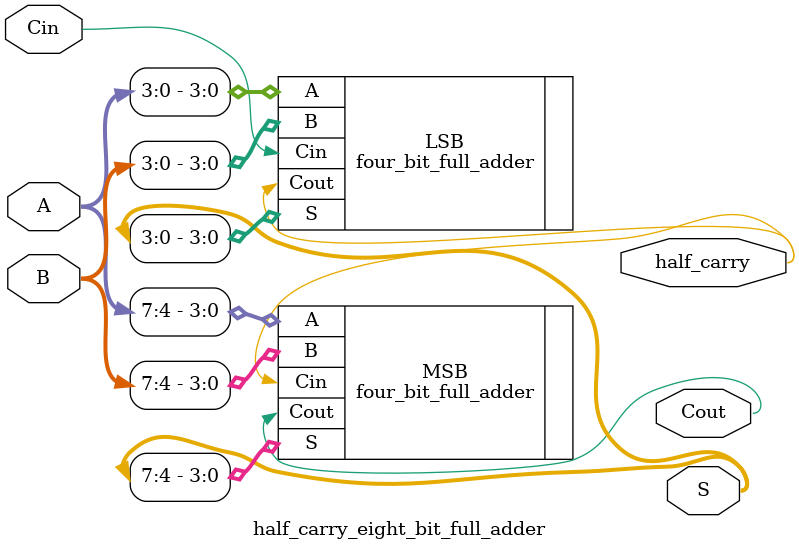
<source format=v>
module half_carry_eight_bit_full_adder(
    input [7:0] A,
    input [7:0] B,
    input Cin,
    output [7:0] S,
    output half_carry,
    output Cout
);
    
four_bit_full_adder LSB(.A(A[3:0]), .B(B[3:0]), .Cin(Cin), .S(S[3:0]), .Cout(half_carry));
four_bit_full_adder MSB(.A(A[7:4]), .B(B[7:4]), .Cin(half_carry), .S(S[7:4]), .Cout(Cout));

endmodule

</source>
